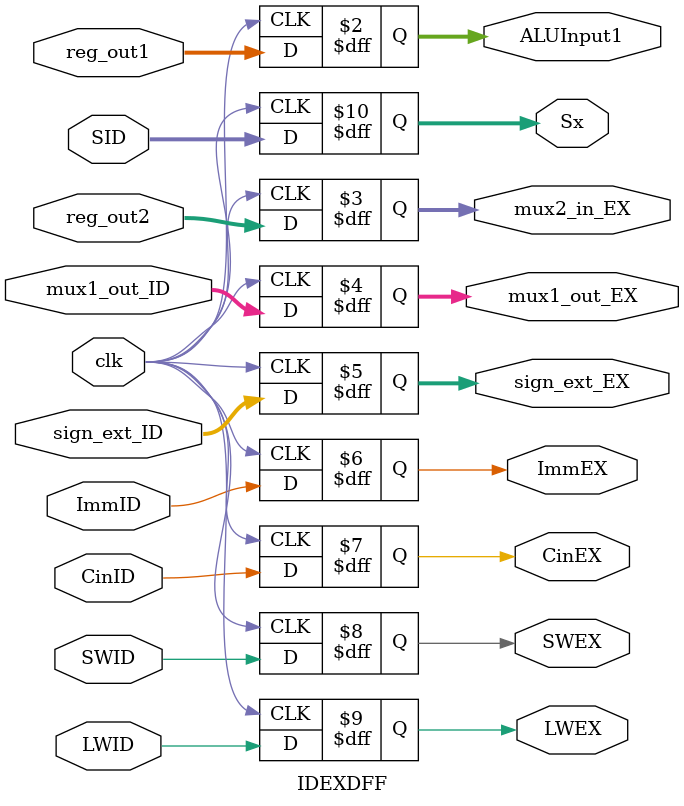
<source format=v>
`timescale 1ns / 1ps


module IDEXDFF(reg_out1, reg_out2, ImmID, SID, CinID, SWID, LWID, sign_ext_ID, mux1_out_ID, clk, ALUInput1, mux2_in_EX, Sx, ImmEX, SWEX, LWEX, CinEX, mux1_out_EX, sign_ext_EX);
    //Declare inputs and outputs
    input[31:0] reg_out1, reg_out2, sign_ext_ID, mux1_out_ID;
    input ImmID, CinID, clk, SWID, LWID;
    input[2:0] SID;
    output reg [31:0] ALUInput1, mux2_in_EX, mux1_out_EX, sign_ext_EX;
    output reg ImmEX, CinEX, SWEX, LWEX;
    output reg [2:0] Sx; 
    //Assign flip-flop values
    always @(posedge clk) begin 
        ALUInput1 = reg_out1;
        mux2_in_EX = reg_out2; 
        mux1_out_EX = mux1_out_ID;
        sign_ext_EX = sign_ext_ID;
        ImmEX = ImmID;
        CinEX = CinID;
        Sx = SID; 
        SWEX = SWID;
        LWEX = LWID;
    end
endmodule

</source>
